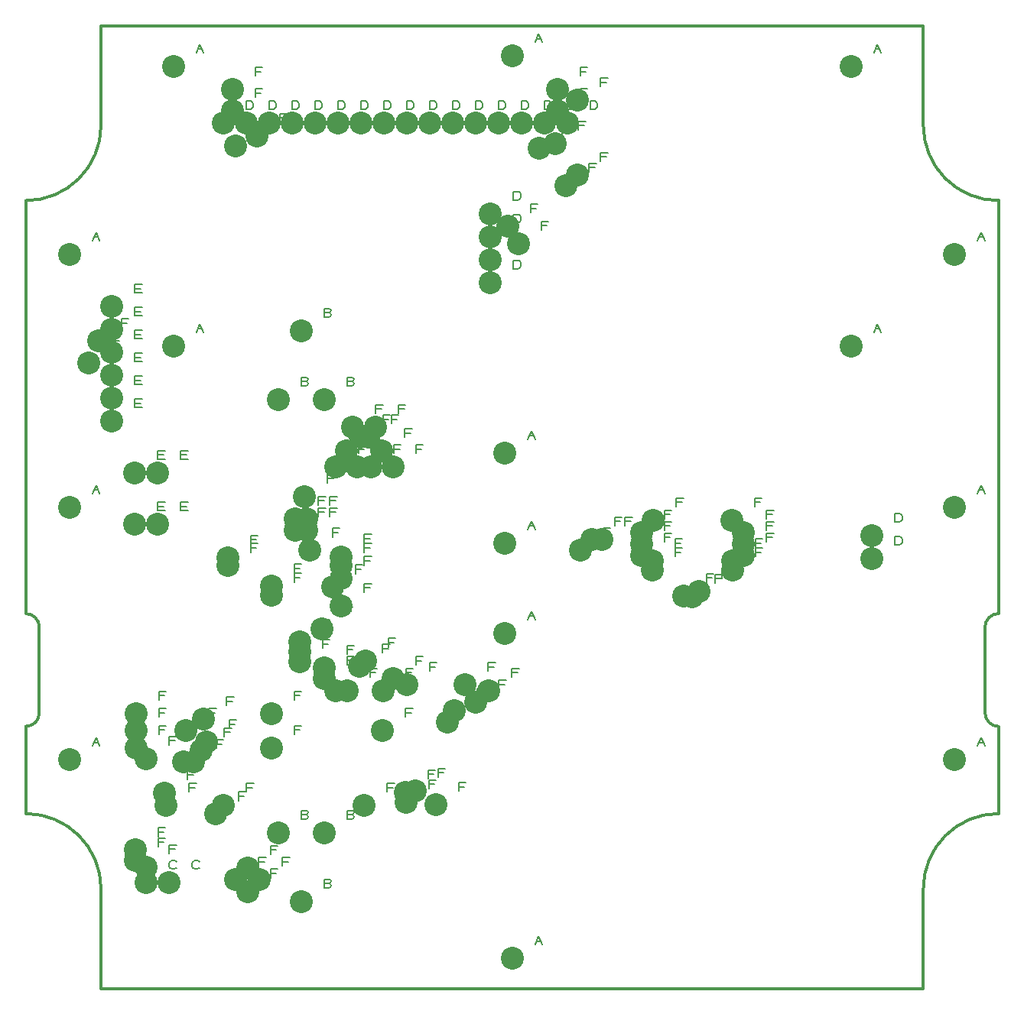
<source format=gbr>
G04 EasyPC Gerber Version 21.0.3 Build 4286 *
G04 #@! TF.Part,Single*
G04 #@! TF.FileFunction,Drillmap *
G04 #@! TF.FilePolarity,Positive *
%FSLAX35Y35*%
%MOIN*%
%ADD13C,0.00500*%
%ADD10C,0.01200*%
G04 #@! TA.AperFunction,WasherPad*
%ADD143C,0.10000*%
X0Y0D02*
D02*
D10*
X418710Y123434D02*
Y160835D01*
G75*
G02X424616Y166741I5906*
G01*
Y346899*
G75*
G02X391820Y379694J32795*
G01*
Y423198*
X33395*
X33395Y379694*
G75*
G02X600Y346898I-32795*
G01*
Y166741*
G75*
G02X6506Y160836J-5906*
G01*
Y123434*
G75*
G02X600Y117529I-5906*
G01*
Y79497*
G75*
G02X33395Y46702J-32795*
G01*
Y3198*
X391820*
Y46702*
G75*
G02X424616Y79497I32795*
G01*
Y117529*
G75*
G02X418710Y123434J5905*
G01*
D02*
D13*
X29694Y108900D02*
X31257Y112650D01*
X32819Y108900*
X30319Y110462D02*
X32194D01*
X29694Y219135D02*
X31257Y222885D01*
X32819Y219135*
X30319Y220698D02*
X32194D01*
X29694Y329371D02*
X31257Y333121D01*
X32819Y329371*
X30319Y330934D02*
X32194D01*
X38100Y282135D02*
Y285885D01*
X41225*
X40600Y284011D02*
X38100D01*
X42300Y291535D02*
Y295285D01*
X45425*
X44800Y293411D02*
X42300D01*
X48100Y256635D02*
Y260385D01*
X51225*
X50600Y258511D02*
X48100D01*
Y256635D02*
X51225D01*
X48100Y266635D02*
Y270385D01*
X51225*
X50600Y268511D02*
X48100D01*
Y266635D02*
X51225D01*
X48100Y276635D02*
Y280385D01*
X51225*
X50600Y278511D02*
X48100D01*
Y276635D02*
X51225D01*
X48100Y286635D02*
Y290385D01*
X51225*
X50600Y288511D02*
X48100D01*
Y286635D02*
X51225D01*
X48100Y296635D02*
Y300385D01*
X51225*
X50600Y298511D02*
X48100D01*
Y296635D02*
X51225D01*
X48100Y306635D02*
Y310385D01*
X51225*
X50600Y308511D02*
X48100D01*
Y306635D02*
X51225D01*
X58100Y211635D02*
Y215385D01*
X61225*
X60600Y213511D02*
X58100D01*
Y211635D02*
X61225D01*
X58100Y234135D02*
Y237885D01*
X61225*
X60600Y236011D02*
X58100D01*
Y234135D02*
X61225D01*
X58350Y65035D02*
Y68785D01*
X61475*
X60850Y66911D02*
X58350D01*
Y69535D02*
Y73285D01*
X61475*
X60850Y71411D02*
X58350D01*
X58600Y114135D02*
Y117885D01*
X61725*
X61100Y116011D02*
X58600D01*
Y121589D02*
Y125339D01*
X61725*
X61100Y123464D02*
X58600D01*
Y129135D02*
Y132885D01*
X61725*
X61100Y131011D02*
X58600D01*
X66225Y55894D02*
X65913Y55582D01*
X65287Y55269*
X64350*
X63725Y55582*
X63413Y55894*
X63100Y56519*
Y57769*
X63413Y58394*
X63725Y58707*
X64350Y59019*
X65287*
X65913Y58707*
X66225Y58394*
X63100Y62135D02*
Y65885D01*
X66225*
X65600Y64011D02*
X63100D01*
Y109385D02*
Y113135D01*
X66225*
X65600Y111261D02*
X63100D01*
X68100Y211635D02*
Y215385D01*
X71225*
X70600Y213511D02*
X68100D01*
Y211635D02*
X71225D01*
X68100Y234135D02*
Y237885D01*
X71225*
X70600Y236011D02*
X68100D01*
Y234135D02*
X71225D01*
X71100Y94385D02*
Y98135D01*
X74225*
X73600Y96261D02*
X71100D01*
X71860Y88970D02*
Y92720D01*
X74985*
X74360Y90846D02*
X71860D01*
X76225Y55894D02*
X75913Y55582D01*
X75287Y55269*
X74350*
X73725Y55582*
X73413Y55894*
X73100Y56519*
Y57769*
X73413Y58394*
X73725Y58707*
X74350Y59019*
X75287*
X75913Y58707*
X76225Y58394*
X74970Y289372D02*
X76533Y293122D01*
X78095Y289372*
X75595Y290934D02*
X77470D01*
X74970Y411419D02*
X76533Y415169D01*
X78095Y411419*
X75595Y412981D02*
X77470D01*
X79250Y107945D02*
Y111695D01*
X82375*
X81750Y109820D02*
X79250D01*
X80488Y121635D02*
Y125385D01*
X83613*
X82988Y123511D02*
X80488D01*
X83550Y107945D02*
Y111695D01*
X86675*
X86050Y109820D02*
X83550D01*
X87150Y113095D02*
Y116845D01*
X90275*
X89650Y114970D02*
X87150D01*
X88100Y126589D02*
Y130339D01*
X91225*
X90600Y128464D02*
X88100D01*
X89300Y116682D02*
Y120432D01*
X92425*
X91800Y118557D02*
X89300D01*
X93285Y85198D02*
Y88948D01*
X96410*
X95785Y87074D02*
X93285D01*
X96670Y386635D02*
Y390385D01*
X98545*
X99170Y390073*
X99483Y389761*
X99795Y389135*
Y387885*
X99483Y387261*
X99170Y386948*
X98545Y386635*
X96670*
X96860Y88970D02*
Y92720D01*
X99985*
X99360Y90846D02*
X96860D01*
X98600Y193535D02*
Y197285D01*
X101725*
X101100Y195411D02*
X98600D01*
Y197035D02*
Y200785D01*
X101725*
X101100Y198911D02*
X98600D01*
X100600Y391926D02*
Y395676D01*
X103725*
X103100Y393802D02*
X100600D01*
Y401344D02*
Y405094D01*
X103725*
X103100Y403220D02*
X100600D01*
X102150Y56635D02*
Y60385D01*
X105275*
X104650Y58511D02*
X102150D01*
X102170Y376635D02*
Y380385D01*
X105295*
X104670Y378511D02*
X102170D01*
X106670Y386635D02*
Y390385D01*
X108545*
X109170Y390073*
X109483Y389761*
X109795Y389135*
Y387885*
X109483Y387261*
X109170Y386948*
X108545Y386635*
X106670*
X107300Y51485D02*
Y55235D01*
X110425*
X109800Y53361D02*
X107300D01*
Y61785D02*
Y65535D01*
X110425*
X109800Y63661D02*
X107300D01*
X111250Y381135D02*
Y384885D01*
X114375*
X113750Y383011D02*
X111250D01*
X112450Y56635D02*
Y60385D01*
X115575*
X114950Y58511D02*
X112450D01*
X116670Y386635D02*
Y390385D01*
X118545*
X119170Y390073*
X119483Y389761*
X119795Y389135*
Y387885*
X119483Y387261*
X119170Y386948*
X118545Y386635*
X116670*
X117600Y114135D02*
Y117885D01*
X120725*
X120100Y116011D02*
X117600D01*
Y129135D02*
Y132885D01*
X120725*
X120100Y131011D02*
X117600D01*
Y180535D02*
Y184285D01*
X120725*
X120100Y182411D02*
X117600D01*
Y184635D02*
Y188385D01*
X120725*
X120100Y186511D02*
X117600D01*
X122787Y79022D02*
X123413Y78710D01*
X123725Y78085*
X123413Y77460*
X122787Y77147*
X120600*
Y80897*
X122787*
X123413Y80585*
X123725Y79960*
X123413Y79335*
X122787Y79022*
X120600*
X122787Y267999D02*
X123413Y267686D01*
X123725Y267061*
X123413Y266436*
X122787Y266124*
X120600*
Y269874*
X122787*
X123413Y269561*
X123725Y268936*
X123413Y268311*
X122787Y267999*
X120600*
X126670Y386635D02*
Y390385D01*
X128545*
X129170Y390073*
X129483Y389761*
X129795Y389135*
Y387885*
X129483Y387261*
X129170Y386948*
X128545Y386635*
X126670*
X128100Y209135D02*
Y212885D01*
X131225*
X130600Y211011D02*
X128100D01*
Y214135D02*
Y217885D01*
X131225*
X130600Y216011D02*
X128100D01*
X130000Y151635D02*
Y155385D01*
X133125*
X132500Y153511D02*
X130000D01*
Y156011D02*
Y159761D01*
X133125*
X132500Y157886D02*
X130000D01*
Y160385D02*
Y164135D01*
X133125*
X132500Y162261D02*
X130000D01*
X132787Y49022D02*
X133413Y48710D01*
X133725Y48085*
X133413Y47460*
X132787Y47147*
X130600*
Y50897*
X132787*
X133413Y50585*
X133725Y49960*
X133413Y49335*
X132787Y49022*
X130600*
X132787Y297999D02*
X133413Y297686D01*
X133725Y297061*
X133413Y296436*
X132787Y296124*
X130600*
Y299874*
X132787*
X133413Y299561*
X133725Y298936*
X133413Y298311*
X132787Y297999*
X130600*
X132175Y223735D02*
Y227485D01*
X135300*
X134675Y225611D02*
X132175D01*
X133100Y209135D02*
Y212885D01*
X136225*
X135600Y211011D02*
X133100D01*
Y214135D02*
Y217885D01*
X136225*
X135600Y216011D02*
X133100D01*
X134250Y200187D02*
Y203937D01*
X137375*
X136750Y202062D02*
X134250D01*
X136670Y386635D02*
Y390385D01*
X138545*
X139170Y390073*
X139483Y389761*
X139795Y389135*
Y387885*
X139483Y387261*
X139170Y386948*
X138545Y386635*
X136670*
X139850Y165885D02*
Y169635D01*
X142975*
X142350Y167760D02*
X139850D01*
X142787Y79022D02*
X143413Y78710D01*
X143725Y78085*
X143413Y77460*
X142787Y77147*
X140600*
Y80897*
X142787*
X143413Y80585*
X143725Y79960*
X143413Y79335*
X142787Y79022*
X140600*
Y144435D02*
Y148185D01*
X143725*
X143100Y146311D02*
X140600D01*
Y149135D02*
Y152885D01*
X143725*
X143100Y151011D02*
X140600D01*
X142787Y267999D02*
X143413Y267686D01*
X143725Y267061*
X143413Y266436*
X142787Y266124*
X140600*
Y269874*
X142787*
X143413Y269561*
X143725Y268936*
X143413Y268311*
X142787Y267999*
X140600*
X144350Y184187D02*
Y187937D01*
X147475*
X146850Y186062D02*
X144350D01*
X145600Y139135D02*
Y142885D01*
X148725*
X148100Y141011D02*
X145600D01*
X145663Y236635D02*
Y240385D01*
X148788*
X148163Y238511D02*
X145663D01*
X146670Y386635D02*
Y390385D01*
X148545*
X149170Y390073*
X149483Y389761*
X149795Y389135*
Y387885*
X149483Y387261*
X149170Y386948*
X148545Y386635*
X146670*
X148100Y176135D02*
Y179885D01*
X151225*
X150600Y178011D02*
X148100D01*
X148175Y187885D02*
Y191635D01*
X151300*
X150675Y189761D02*
X148175D01*
Y193535D02*
Y197285D01*
X151300*
X150675Y195411D02*
X148175D01*
Y197485D02*
Y201235D01*
X151300*
X150675Y199361D02*
X148175D01*
X150413Y243635D02*
Y247385D01*
X153538*
X152913Y245511D02*
X150413D01*
X150600Y139135D02*
Y142885D01*
X153725*
X153100Y141011D02*
X150600D01*
X153147Y254135D02*
Y257885D01*
X156272*
X155647Y256011D02*
X153147D01*
X155163Y236635D02*
Y240385D01*
X158288*
X157663Y238511D02*
X155163D01*
X156154Y149674D02*
Y153424D01*
X159279*
X158654Y151550D02*
X156154D01*
X156328Y249674D02*
Y253424D01*
X159453*
X158828Y251550D02*
X156328D01*
X156670Y386635D02*
Y390385D01*
X158545*
X159170Y390073*
X159483Y389761*
X159795Y389135*
Y387885*
X159483Y387261*
X159170Y386948*
X158545Y386635*
X156670*
X158100Y88970D02*
Y92720D01*
X161225*
X160600Y90846D02*
X158100D01*
X158646Y152167D02*
Y155917D01*
X161771*
X161146Y154042D02*
X158646D01*
X159872Y249674D02*
Y253424D01*
X162997*
X162372Y251550D02*
X159872D01*
X161037Y236635D02*
Y240385D01*
X164162*
X163537Y238511D02*
X161037D01*
X163053Y254135D02*
Y257885D01*
X166178*
X165553Y256011D02*
X163053D01*
X165787Y243635D02*
Y247385D01*
X168912*
X168287Y245511D02*
X165787D01*
X166100Y121635D02*
Y125385D01*
X169225*
X168600Y123511D02*
X166100D01*
X166250Y139135D02*
Y142885D01*
X169375*
X168750Y141011D02*
X166250D01*
X166670Y386635D02*
Y390385D01*
X168545*
X169170Y390073*
X169483Y389761*
X169795Y389135*
Y387885*
X169483Y387261*
X169170Y386948*
X168545Y386635*
X166670*
X170537Y236635D02*
Y240385D01*
X173662*
X173037Y238511D02*
X170537D01*
X170600Y144285D02*
Y148035D01*
X173725*
X173100Y146161D02*
X170600D01*
X175950Y94785D02*
Y98535D01*
X179075*
X178450Y96661D02*
X175950D01*
X176350Y90385D02*
Y94135D01*
X179475*
X178850Y92261D02*
X176350D01*
X176550Y141635D02*
Y145385D01*
X179675*
X179050Y143511D02*
X176550D01*
X176670Y386635D02*
Y390385D01*
X178545*
X179170Y390073*
X179483Y389761*
X179795Y389135*
Y387885*
X179483Y387261*
X179170Y386948*
X178545Y386635*
X176670*
X180246Y95385D02*
Y99135D01*
X183371*
X182746Y97261D02*
X180246D01*
X186670Y386635D02*
Y390385D01*
X188545*
X189170Y390073*
X189483Y389761*
X189795Y389135*
Y387885*
X189483Y387261*
X189170Y386948*
X188545Y386635*
X186670*
X189300Y89335D02*
Y93085D01*
X192425*
X191800Y91211D02*
X189300D01*
X194439Y125443D02*
Y129193D01*
X197564*
X196939Y127318D02*
X194439D01*
X196670Y386635D02*
Y390385D01*
X198545*
X199170Y390073*
X199483Y389761*
X199795Y389135*
Y387885*
X199483Y387261*
X199170Y386948*
X198545Y386635*
X196670*
X197324Y130296D02*
Y134046D01*
X200449*
X199824Y132172D02*
X197324D01*
X202150Y141635D02*
Y145385D01*
X205275*
X204650Y143511D02*
X202150D01*
X206670Y386635D02*
Y390385D01*
X208545*
X209170Y390073*
X209483Y389761*
X209795Y389135*
Y387885*
X209483Y387261*
X209170Y386948*
X208545Y386635*
X206670*
X206850Y133985D02*
Y137735D01*
X209975*
X209350Y135861D02*
X206850D01*
X212450Y139135D02*
Y142885D01*
X215575*
X214950Y141011D02*
X212450D01*
X213100Y317135D02*
Y320885D01*
X214975*
X215600Y320573*
X215913Y320261*
X216225Y319635*
Y318385*
X215913Y317761*
X215600Y317448*
X214975Y317135*
X213100*
Y327135D02*
Y330885D01*
X214975*
X215600Y330573*
X215913Y330261*
X216225Y329635*
Y328385*
X215913Y327761*
X215600Y327448*
X214975Y327135*
X213100*
Y337135D02*
Y340885D01*
X214975*
X215600Y340573*
X215913Y340261*
X216225Y339635*
Y338385*
X215913Y337761*
X215600Y337448*
X214975Y337135*
X213100*
Y347135D02*
Y350885D01*
X214975*
X215600Y350573*
X215913Y350261*
X216225Y349635*
Y348385*
X215913Y347761*
X215600Y347448*
X214975Y347135*
X213100*
X216670Y386635D02*
Y390385D01*
X218545*
X219170Y390073*
X219483Y389761*
X219795Y389135*
Y387885*
X219483Y387261*
X219170Y386948*
X218545Y386635*
X216670*
X219445Y164017D02*
X221007Y167767D01*
X222570Y164017*
X220070Y165580D02*
X221945D01*
X219445Y203387D02*
X221007Y207137D01*
X222570Y203387*
X220070Y204950D02*
X221945D01*
X219445Y242757D02*
X221007Y246507D01*
X222570Y242757*
X220070Y244320D02*
X221945D01*
X220600Y341635D02*
Y345385D01*
X223725*
X223100Y343511D02*
X220600D01*
X222608Y22285D02*
X224170Y26035D01*
X225733Y22285*
X223233Y23848D02*
X225108D01*
X222608Y415985D02*
X224170Y419735D01*
X225733Y415985*
X223233Y417548D02*
X225108D01*
X225350Y334135D02*
Y337885D01*
X228475*
X227850Y336011D02*
X225350D01*
X226670Y386635D02*
Y390385D01*
X228545*
X229170Y390073*
X229483Y389761*
X229795Y389135*
Y387885*
X229483Y387261*
X229170Y386948*
X228545Y386635*
X226670*
X234355Y375585D02*
Y379335D01*
X237480*
X236855Y377461D02*
X234355D01*
X236670Y386635D02*
Y390385D01*
X238545*
X239170Y390073*
X239483Y389761*
X239795Y389135*
Y387885*
X239483Y387261*
X239170Y386948*
X238545Y386635*
X236670*
X241505Y377785D02*
Y381535D01*
X244630*
X244005Y379661D02*
X241505D01*
X242250Y392035D02*
Y395785D01*
X245375*
X244750Y393911D02*
X242250D01*
Y401235D02*
Y404985D01*
X245375*
X244750Y403111D02*
X242250D01*
X246170Y359385D02*
Y363135D01*
X249295*
X248670Y361261D02*
X246170D01*
X246670Y386635D02*
Y390385D01*
X248545*
X249170Y390073*
X249483Y389761*
X249795Y389135*
Y387885*
X249483Y387261*
X249170Y386948*
X248545Y386635*
X246670*
X251170Y364135D02*
Y367885D01*
X254295*
X253670Y366011D02*
X251170D01*
Y396635D02*
Y400385D01*
X254295*
X253670Y398511D02*
X251170D01*
X252350Y200385D02*
Y204135D01*
X255475*
X254850Y202261D02*
X252350D01*
X257350Y205135D02*
Y208885D01*
X260475*
X259850Y207011D02*
X257350D01*
X261850Y205135D02*
Y208885D01*
X264975*
X264350Y207011D02*
X261850D01*
X279010Y198131D02*
Y201881D01*
X282135*
X281510Y200007D02*
X279010D01*
Y203131D02*
Y206881D01*
X282135*
X281510Y205007D02*
X279010D01*
Y208131D02*
Y211881D01*
X282135*
X281510Y210007D02*
X279010D01*
X283600Y191635D02*
Y195385D01*
X286725*
X286100Y193511D02*
X283600D01*
Y195631D02*
Y199381D01*
X286725*
X286100Y197507D02*
X283600D01*
X284160Y213385D02*
Y217135D01*
X287285*
X286660Y215261D02*
X284160D01*
X297360Y180481D02*
Y184231D01*
X300485*
X299860Y182357D02*
X297360D01*
X301100Y180128D02*
Y183878D01*
X304225*
X303600Y182003D02*
X301100D01*
X304084Y182178D02*
Y185928D01*
X307209*
X306584Y184054D02*
X304084D01*
X318260Y213385D02*
Y217135D01*
X321385*
X320760Y215261D02*
X318260D01*
X318600Y191635D02*
Y195385D01*
X321725*
X321100Y193511D02*
X318600D01*
Y195631D02*
Y199381D01*
X321725*
X321100Y197507D02*
X318600D01*
X323410Y198131D02*
Y201881D01*
X326535*
X325910Y200007D02*
X323410D01*
Y203131D02*
Y206881D01*
X326535*
X325910Y205007D02*
X323410D01*
Y208131D02*
Y211881D01*
X326535*
X325910Y210007D02*
X323410D01*
X370246Y289372D02*
X371809Y293122D01*
X373371Y289372*
X370871Y290934D02*
X372746D01*
X370246Y411419D02*
X371809Y415169D01*
X373371Y411419*
X370871Y412981D02*
X372746D01*
X379466Y196635D02*
Y200385D01*
X381341*
X381966Y200073*
X382279Y199761*
X382591Y199135*
Y197885*
X382279Y197261*
X381966Y196948*
X381341Y196635*
X379466*
Y206635D02*
Y210385D01*
X381341*
X381966Y210073*
X382279Y209761*
X382591Y209135*
Y207885*
X382279Y207261*
X381966Y206948*
X381341Y206635*
X379466*
X415521Y108900D02*
X417083Y112650D01*
X418646Y108900*
X416146Y110462D02*
X418021D01*
X415521Y219135D02*
X417083Y222885D01*
X418646Y219135*
X416146Y220698D02*
X418021D01*
X415521Y329371D02*
X417083Y333121D01*
X418646Y329371*
X416146Y330934D02*
X418021D01*
D02*
D143*
X19694Y102962D03*
Y213198D03*
Y323434D03*
X28100Y276198D03*
X32300Y285598D03*
X38100Y250698D03*
Y260698D03*
Y270698D03*
Y280698D03*
Y290698D03*
Y300698D03*
X48100Y205698D03*
Y228198D03*
X48350Y59098D03*
Y63598D03*
X48600Y108198D03*
Y115651D03*
Y123198D03*
X53100Y49332D03*
Y56198D03*
Y103448D03*
X58100Y205698D03*
Y228198D03*
X61100Y88448D03*
X61860Y83033D03*
X63100Y49332D03*
X64970Y283434D03*
Y405481D03*
X69250Y102008D03*
X70488Y115698D03*
X73550Y102008D03*
X77150Y107158D03*
X78100Y120651D03*
X79300Y110745D03*
X83285Y79261D03*
X86670Y380698D03*
X86860Y83033D03*
X88600Y187598D03*
Y191098D03*
X90600Y385989D03*
Y395407D03*
X92150Y50698D03*
X92170Y370698D03*
X96670Y380698D03*
X97300Y45548D03*
Y55848D03*
X101250Y375198D03*
X102450Y50698D03*
X106670Y380698D03*
X107600Y108198D03*
Y123198D03*
Y174598D03*
Y178698D03*
X110600Y71210D03*
Y260186D03*
X116670Y380698D03*
X118100Y203198D03*
Y208198D03*
X120000Y145698D03*
Y150073D03*
Y154448D03*
X120600Y41210D03*
Y290186D03*
X122175Y217798D03*
X123100Y203198D03*
Y208198D03*
X124250Y194249D03*
X126670Y380698D03*
X129850Y159948D03*
X130600Y71210D03*
Y138498D03*
Y143198D03*
Y260186D03*
X134350Y178249D03*
X135600Y133198D03*
X135663Y230698D03*
X136670Y380698D03*
X138100Y170198D03*
X138175Y181948D03*
Y187598D03*
Y191548D03*
X140413Y237698D03*
X140600Y133198D03*
X143147Y248198D03*
X145163Y230698D03*
X146154Y143737D03*
X146328Y243737D03*
X146670Y380698D03*
X148100Y83033D03*
X148646Y146229D03*
X149872Y243737D03*
X151037Y230698D03*
X153053Y248198D03*
X155787Y237698D03*
X156100Y115698D03*
X156250Y133198D03*
X156670Y380698D03*
X160537Y230698D03*
X160600Y138348D03*
X165950Y88848D03*
X166350Y84448D03*
X166550Y135698D03*
X166670Y380698D03*
X170246Y89448D03*
X176670Y380698D03*
X179300Y83398D03*
X184439Y119505D03*
X186670Y380698D03*
X187324Y124359D03*
X192150Y135698D03*
X196670Y380698D03*
X196850Y128048D03*
X202450Y133198D03*
X203100Y311198D03*
Y321198D03*
Y331198D03*
Y341198D03*
X206670Y380698D03*
X209445Y158080D03*
Y197450D03*
Y236820D03*
X210600Y335698D03*
X212608Y16348D03*
Y410048D03*
X215350Y328198D03*
X216670Y380698D03*
X224355Y369648D03*
X226670Y380698D03*
X231505Y371848D03*
X232250Y386098D03*
Y395298D03*
X236170Y353448D03*
X236670Y380698D03*
X241170Y358198D03*
Y390698D03*
X242350Y194448D03*
X247350Y199198D03*
X251850D03*
X269010Y192194D03*
Y197194D03*
Y202194D03*
X273600Y185698D03*
Y189694D03*
X274160Y207448D03*
X287360Y174544D03*
X291100Y174190D03*
X294084Y176241D03*
X308260Y207448D03*
X308600Y185698D03*
Y189694D03*
X313410Y192194D03*
Y197194D03*
Y202194D03*
X360246Y283434D03*
Y405481D03*
X369466Y190698D03*
Y200698D03*
X405521Y102962D03*
Y213198D03*
Y323434D03*
X0Y0D02*
M02*

</source>
